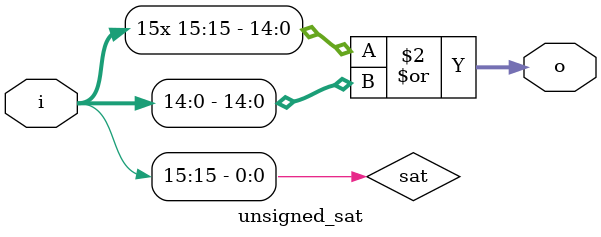
<source format=v>
`timescale 1ps/1ps
module boxmuller
                (
                    clock,
                    rst_n,
                    init,
                    ce,
                    seed0,
                    seed1,
                    x_en,
                    good_ch_AWGN,
                    bad_ch_AWGN
                );

//===========================================================================//
//parameters define
//===========================================================================//
parameter DW = 8;


//===========================================================================//
//input/output ports define
//===========================================================================//
input                   clock               ;
input                   rst_n               ;
input                   init                ;
input                   ce                  ;
input  [31:0]           seed0               ;
input  [31:0]           seed1               ;

//output
output                  x_en                ;

output reg [15:0]             good_ch_AWGN                  ;
output reg [15:0]            bad_ch_AWGN                  ;

//===========================================================================//
//Main Codes begin
//===========================================================================//

//signals define
wire [31:0]             a                   ; //32 bit URNG number
wire [31:0]             b                   ; //32 bit URNG number

wire [47:0] u0 = {a, b[31:16]};
wire [15:0] u1 = b[15:0];

reg  [15:0]             ce_dl               ;

always @(posedge clock or negedge rst_n)
  if(!rst_n)
    ce_dl <= #1 16'h0;
  else if(init)
    ce_dl <= #1 16'h0;
  else
    ce_dl <= #1 {ce_dl[14:0], ce};

wire x_en = ce_dl[15];

//------------------e=-2ln(u0)---------------
reg  [5 :0]             exp_e               ;
reg  [7 :0]             xm_e                ;
reg  [23:0]             xl_e                ;

reg  [5 :0]             exp_e_r             ;
reg  [7 :0]             xm_e_r              ;
reg  [23:0]             xl_e_r              ;

always @(posedge clock or negedge rst_n)
  if(!rst_n)
  begin
    exp_e_r <= #1 6'h0;
    xm_e_r  <= #1 8'h0;
    xl_e_r  <= #1 24'h0;
  end
  else
  begin
    exp_e_r <= #1 exp_e;
    xm_e_r  <= #1 xm_e;
    xl_e_r  <= #1 xl_e;
  end

always @(*)
  casez(u0)
    48'b1???_????_????_????_????_????_????_????_????_????_????_???? : begin exp_e = 6'd1 ; xm_e = u0[46:39]; xl_e=u0[38:15]; end
    48'b01??_????_????_????_????_????_????_????_????_????_????_???? : begin exp_e = 6'd2 ; xm_e = u0[45:38]; xl_e=u0[37:14]; end
    48'b001?_????_????_????_????_????_????_????_????_????_????_???? : begin exp_e = 6'd3 ; xm_e = u0[44:37]; xl_e=u0[36:13]; end
    48'b0001_????_????_????_????_????_????_????_????_????_????_???? : begin exp_e = 6'd4 ; xm_e = u0[43:36]; xl_e=u0[35:12]; end
    48'b0000_1???_????_????_????_????_????_????_????_????_????_???? : begin exp_e = 6'd5 ; xm_e = u0[42:35]; xl_e=u0[34:11]; end
    48'b0000_01??_????_????_????_????_????_????_????_????_????_???? : begin exp_e = 6'd6 ; xm_e = u0[41:34]; xl_e=u0[33:10]; end
    48'b0000_001?_????_????_????_????_????_????_????_????_????_???? : begin exp_e = 6'd7 ; xm_e = u0[40:33]; xl_e=u0[32: 9]; end
    48'b0000_0001_????_????_????_????_????_????_????_????_????_???? : begin exp_e = 6'd8 ; xm_e = u0[39:32]; xl_e=u0[31: 8]; end
    48'b0000_0000_1???_????_????_????_????_????_????_????_????_???? : begin exp_e = 6'd9 ; xm_e = u0[38:31]; xl_e=u0[30: 7]; end
    48'b0000_0000_01??_????_????_????_????_????_????_????_????_???? : begin exp_e = 6'd10; xm_e = u0[37:30]; xl_e=u0[29: 6]; end
    48'b0000_0000_001?_????_????_????_????_????_????_????_????_???? : begin exp_e = 6'd11; xm_e = u0[36:29]; xl_e=u0[28: 5]; end
    48'b0000_0000_0001_????_????_????_????_????_????_????_????_???? : begin exp_e = 6'd12; xm_e = u0[35:28]; xl_e=u0[27: 4]; end
    48'b0000_0000_0000_1???_????_????_????_????_????_????_????_???? : begin exp_e = 6'd13; xm_e = u0[34:27]; xl_e=u0[26: 3]; end
    48'b0000_0000_0000_01??_????_????_????_????_????_????_????_???? : begin exp_e = 6'd14; xm_e = u0[33:26]; xl_e=u0[25: 2]; end
    48'b0000_0000_0000_001?_????_????_????_????_????_????_????_???? : begin exp_e = 6'd15; xm_e = u0[32:25]; xl_e=u0[24: 1]; end
    48'b0000_0000_0000_0001_????_????_????_????_????_????_????_???? : begin exp_e = 6'd16; xm_e = u0[31:24]; xl_e=u0[23: 0]; end
    48'b0000_0000_0000_0000_1???_????_????_????_????_????_????_???? : begin exp_e = 6'd17; xm_e = u0[30:23]; xl_e={u0[22: 0], 1'h0 }; end
    48'b0000_0000_0000_0000_01??_????_????_????_????_????_????_???? : begin exp_e = 6'd18; xm_e = u0[29:22]; xl_e={u0[21: 0], 2'h0 }; end
    48'b0000_0000_0000_0000_001?_????_????_????_????_????_????_???? : begin exp_e = 6'd19; xm_e = u0[28:21]; xl_e={u0[20: 0], 3'h0 }; end
    48'b0000_0000_0000_0000_0001_????_????_????_????_????_????_???? : begin exp_e = 6'd20; xm_e = u0[27:20]; xl_e={u0[19: 0], 4'h0 }; end
    48'b0000_0000_0000_0000_0000_1???_????_????_????_????_????_???? : begin exp_e = 6'd21; xm_e = u0[26:19]; xl_e={u0[18: 0], 5'h0 }; end
    48'b0000_0000_0000_0000_0000_01??_????_????_????_????_????_???? : begin exp_e = 6'd22; xm_e = u0[25:18]; xl_e={u0[17: 0], 6'h0 }; end
    48'b0000_0000_0000_0000_0000_001?_????_????_????_????_????_???? : begin exp_e = 6'd23; xm_e = u0[24:17]; xl_e={u0[16: 0], 7'h0 }; end
    48'b0000_0000_0000_0000_0000_0001_????_????_????_????_????_???? : begin exp_e = 6'd24; xm_e = u0[23:16]; xl_e={u0[15: 0], 8'h0 }; end
    48'b0000_0000_0000_0000_0000_0000_1???_????_????_????_????_???? : begin exp_e = 6'd25; xm_e = u0[22:15]; xl_e={u0[14: 0], 9'h0 }; end
    48'b0000_0000_0000_0000_0000_0000_01??_????_????_????_????_???? : begin exp_e = 6'd26; xm_e = u0[21:14]; xl_e={u0[13: 0], 10'h0}; end
    48'b0000_0000_0000_0000_0000_0000_001?_????_????_????_????_???? : begin exp_e = 6'd27; xm_e = u0[20:13]; xl_e={u0[12: 0], 11'h0}; end
    48'b0000_0000_0000_0000_0000_0000_0001_????_????_????_????_???? : begin exp_e = 6'd28; xm_e = u0[19:12]; xl_e={u0[11: 0], 12'h0}; end
    48'b0000_0000_0000_0000_0000_0000_0000_1???_????_????_????_???? : begin exp_e = 6'd29; xm_e = u0[18:11]; xl_e={u0[10: 0], 13'h0}; end
    48'b0000_0000_0000_0000_0000_0000_0000_01??_????_????_????_???? : begin exp_e = 6'd30; xm_e = u0[17:10]; xl_e={u0[9 : 0], 14'h0}; end
    48'b0000_0000_0000_0000_0000_0000_0000_001?_????_????_????_???? : begin exp_e = 6'd31; xm_e = u0[16: 9]; xl_e={u0[8 : 0], 15'h0}; end
    48'b0000_0000_0000_0000_0000_0000_0000_0001_????_????_????_???? : begin exp_e = 6'd32; xm_e = u0[15: 8]; xl_e={u0[7 : 0], 16'h0}; end
    48'b0000_0000_0000_0000_0000_0000_0000_0000_1???_????_????_???? : begin exp_e = 6'd33; xm_e = u0[14: 7]; xl_e={u0[6 : 0], 17'h0}; end
    48'b0000_0000_0000_0000_0000_0000_0000_0000_01??_????_????_???? : begin exp_e = 6'd34; xm_e = u0[13: 6]; xl_e={u0[5 : 0], 18'h0}; end
    48'b0000_0000_0000_0000_0000_0000_0000_0000_001?_????_????_???? : begin exp_e = 6'd35; xm_e = u0[12: 5]; xl_e={u0[4 : 0], 19'h0}; end
    48'b0000_0000_0000_0000_0000_0000_0000_0000_0001_????_????_???? : begin exp_e = 6'd36; xm_e = u0[11: 4]; xl_e={u0[3 : 0], 20'h0}; end
    48'b0000_0000_0000_0000_0000_0000_0000_0000_0000_1???_????_???? : begin exp_e = 6'd37; xm_e = u0[10: 3]; xl_e={u0[2 : 0], 21'h0}; end
    48'b0000_0000_0000_0000_0000_0000_0000_0000_0000_01??_????_???? : begin exp_e = 6'd38; xm_e = u0[9 : 2]; xl_e={u0[1 : 0], 22'h0}; end
    48'b0000_0000_0000_0000_0000_0000_0000_0000_0000_001?_????_???? : begin exp_e = 6'd39; xm_e = u0[8 : 1]; xl_e={u0[0 : 0], 23'h0}; end
    48'b0000_0000_0000_0000_0000_0000_0000_0000_0000_0001_????_???? : begin exp_e = 6'd40; xm_e = u0[7 : 0];        xl_e=24'h0; end
    48'b0000_0000_0000_0000_0000_0000_0000_0000_0000_0000_1???_???? : begin exp_e = 6'd41; xm_e ={u0[6:  0], 1'h0}; xl_e=24'h0; end
    48'b0000_0000_0000_0000_0000_0000_0000_0000_0000_0000_01??_???? : begin exp_e = 6'd42; xm_e ={u0[5 : 0], 2'h0}; xl_e=24'h0; end
    48'b0000_0000_0000_0000_0000_0000_0000_0000_0000_0000_001?_???? : begin exp_e = 6'd43; xm_e ={u0[4 : 0], 3'h0}; xl_e=24'h0; end
    48'b0000_0000_0000_0000_0000_0000_0000_0000_0000_0000_0001_???? : begin exp_e = 6'd44; xm_e ={u0[3 : 0], 4'h0}; xl_e=24'h0; end
    48'b0000_0000_0000_0000_0000_0000_0000_0000_0000_0000_0000_1??? : begin exp_e = 6'd45; xm_e ={u0[2:  0], 5'h0}; xl_e=24'h0; end
    48'b0000_0000_0000_0000_0000_0000_0000_0000_0000_0000_0000_01?? : begin exp_e = 6'd46; xm_e ={u0[1 : 0], 6'h0}; xl_e=24'h0; end
    48'b0000_0000_0000_0000_0000_0000_0000_0000_0000_0000_0000_001? : begin exp_e = 6'd47; xm_e ={u0[0 : 0], 7'h0}; xl_e=24'h0; end
    48'b0000_0000_0000_0000_0000_0000_0000_0000_0000_0000_0000_0001 : begin exp_e = 6'd48; xm_e =8'h0; xl_e=24'h0; end
    default                                                         : begin exp_e = 6'd49; xm_e =8'h0; xl_e=24'h0; end
  endcase

wire [7:0]              ce_addr                 ;
wire [64:0]             ce_rdata                ;
wire [29:0]             ce_0                    ;
wire [21:0]             ce_1                    ;
wire [12:0]             ce_2                    ;

assign ce_addr = xm_e_r;
assign ce_0 = ce_rdata[64:35];
assign ce_1 = ce_rdata[34:13];
assign ce_2 = ce_rdata[12:0];

reg  [12:0]             ce_2_r1                 ;
reg  [21:0]             ce_1_r1                 ;
reg  [21:0]             ce_1_r2                 ;
reg  [29:0]             ce_0_r1                 ;
reg  [29:0]             ce_0_r2                 ;
reg  [29:0]             ce_0_r3                 ;
reg  [29:0]             ce_0_r4                 ;
reg  [23:0]             xl_e_r2                 ;
reg  [23:0]             xl_e_r3                 ;
reg  [23:0]             xl_e_r4                 ;
reg  [23:0]             xl_e_r5                 ;

always @(posedge clock)
  begin
    ce_0_r1 <= #1 ce_0;
    ce_0_r2 <= #1 ce_0_r1;
    ce_0_r3 <= #1 ce_0_r2;
    ce_0_r4 <= #1 ce_0_r3;
    ce_1_r1 <= #1 ce_1;
    ce_1_r2 <= #1 ce_1_r1;
    ce_2_r1 <= #1 ce_2;
  end

always @(posedge clock)
  begin
    xl_e_r2 <= #1 xl_e_r;
    xl_e_r3 <= #1 xl_e_r2;
    xl_e_r4 <= #1 xl_e_r3;
    xl_e_r5 <= #1 xl_e_r4;
  end

reg [36:0]              ye_t1             ;

always @(posedge clock)
  ye_t1 <= #1 ce_2_r1 * xl_e_r3;

reg signed [22:0]       ye_t2             ;
reg signed [46:0]       ye_t3             ;

always @(posedge clock)
  ye_t2 <= #1 {10'h0,ye_t1[36:24]} - {1'b0,ce_1_r2};

always @(posedge clock)
  ye_t3 <= #1 ye_t2 * $signed({1'b0,xl_e_r5});

reg signed [30:0]       ye_t4             ;

always @(posedge clock)
  ye_t4 <= #1 {{8{ye_t3[46]}},ye_t3[46:24]} - {1'b0,ce_0_r4};

reg  [5 :0]             exp_e_r2                ;
reg  [5 :0]             exp_e_r3                ;
reg  [5 :0]             exp_e_r4                ;
reg  [5 :0]             exp_e_r5                ;

always @(posedge clock)
  begin
    exp_e_r2 <= #1 exp_e_r;
    exp_e_r3 <= #1 exp_e_r2;
    exp_e_r4 <= #1 exp_e_r3;
    exp_e_r5 <= #1 exp_e_r4;
  end

wire [29:0] ln2 = 31'd744261118; //(0,30,30)

reg  [35:0]             ec                      ;
reg  [35:0]             ec_r1                   ;

always @(posedge clock)
  ec <= #1 exp_e_r5 * ln2;

always @(posedge clock)
  ec_r1 <= #1 ec;

reg  signed [36:0]      yee                     ;

always @(posedge clock)
  yee <= #1 {1'b0,ec_r1} + {{6{ye_t4[30]}},ye_t4};

wire [30:0] e = yee[35:5];

//------------------f=sqrt(e)---------------
reg  [4 :0]             exp_f                   ;
reg  [5 :0]             xm_f                    ;
reg  [17:0]             xl_f                    ;

reg  [4 :0]             exp_f_r                 ;
reg  [5 :0]             xm_f_r                  ;
reg  [17:0]             xl_f_r                  ;

always @(posedge clock or negedge rst_n)
  if(!rst_n)
  begin
    exp_f_r <= #1 5'h0;
    xm_f_r  <= #1 6'h0;
    xl_f_r  <= #1 24'h0;
  end
  else
  begin
    exp_f_r <= #1 exp_f;
    xm_f_r  <= #1 xm_f;
    xl_f_r  <= #1 xl_f;
  end

always @(*)
  casez(e)
    31'b1??_????_????_????_????_????_????_???? : begin exp_f = 5'd0 ; xm_f = e[29:24]; xl_f= e[23:6]; end
    31'b01?_????_????_????_????_????_????_???? : begin exp_f = 5'd1 ; xm_f = e[28:23]; xl_f= e[22:5]; end
    31'b001_????_????_????_????_????_????_???? : begin exp_f = 5'd2 ; xm_f = e[27:22]; xl_f= e[21:4]; end
    31'b000_1???_????_????_????_????_????_???? : begin exp_f = 5'd3 ; xm_f = e[26:21]; xl_f= e[20:3]; end
    31'b000_01??_????_????_????_????_????_???? : begin exp_f = 5'd4 ; xm_f = e[25:20]; xl_f= e[19:2]; end
    31'b000_001?_????_????_????_????_????_???? : begin exp_f = 5'd5 ; xm_f = e[24:19]; xl_f= e[18:1]; end //point position
    31'b000_0001_????_????_????_????_????_???? : begin exp_f = 5'd6 ; xm_f = e[23:18]; xl_f= e[17:0]; end
    31'b000_0000_1???_????_????_????_????_???? : begin exp_f = 5'd7 ; xm_f = e[22:17]; xl_f={e[16:0], 1'h0}; end
    31'b000_0000_01??_????_????_????_????_???? : begin exp_f = 5'd8 ; xm_f = e[21:16]; xl_f={e[15:0], 2'h0}; end
    31'b000_0000_001?_????_????_????_????_???? : begin exp_f = 5'd9 ; xm_f = e[20:15]; xl_f={e[14:0], 3'h0}; end
    31'b000_0000_0001_????_????_????_????_???? : begin exp_f = 5'd10; xm_f = e[19:14]; xl_f={e[13:0], 4'h0}; end
    31'b000_0000_0000_1???_????_????_????_???? : begin exp_f = 5'd11; xm_f = e[18:13]; xl_f={e[12:0], 5'h0}; end
    31'b000_0000_0000_01??_????_????_????_???? : begin exp_f = 5'd12; xm_f = e[17:12]; xl_f={e[11:0], 6'h0}; end
    31'b000_0000_0000_001?_????_????_????_???? : begin exp_f = 5'd13; xm_f = e[16:11]; xl_f={e[10:0], 7'h0}; end
    31'b000_0000_0000_0001_????_????_????_???? : begin exp_f = 5'd14; xm_f = e[15:10]; xl_f={e[9 :0], 8'h0}; end
    31'b000_0000_0000_0000_1???_????_????_???? : begin exp_f = 5'd15; xm_f = e[14: 9]; xl_f={e[8 :0], 9'h0}; end
    31'b000_0000_0000_0000_01??_????_????_???? : begin exp_f = 5'd16; xm_f = e[13: 8]; xl_f={e[7 :0],10'h0}; end
    31'b000_0000_0000_0000_001?_????_????_???? : begin exp_f = 5'd17; xm_f = e[12: 7]; xl_f={e[6 :0],11'h0}; end
    31'b000_0000_0000_0000_0001_????_????_???? : begin exp_f = 5'd18; xm_f = e[11: 6]; xl_f={e[5 :0],12'h0}; end
    31'b000_0000_0000_0000_0000_1???_????_???? : begin exp_f = 5'd19; xm_f = e[10: 5]; xl_f={e[4 :0],13'h0}; end
    31'b000_0000_0000_0000_0000_01??_????_???? : begin exp_f = 5'd20; xm_f = e[9 : 4]; xl_f={e[3 :0],14'h0}; end
    31'b000_0000_0000_0000_0000_001?_????_???? : begin exp_f = 5'd21; xm_f = e[8 : 3]; xl_f={e[2 :0],15'h0}; end
    31'b000_0000_0000_0000_0000_0001_????_???? : begin exp_f = 5'd22; xm_f = e[7 : 2]; xl_f={e[1 :0],16'h0}; end
    31'b000_0000_0000_0000_0000_0000_1???_???? : begin exp_f = 5'd23; xm_f = e[6 : 1]; xl_f={e[0 :0],17'h0}; end
    31'b000_0000_0000_0000_0000_0000_01??_???? : begin exp_f = 5'd24; xm_f = e[5 : 0];        xl_f=18'h0; end
    31'b000_0000_0000_0000_0000_0000_001?_???? : begin exp_f = 5'd25; xm_f = {e[4 : 0],1'h0}; xl_f=18'h0; end
    31'b000_0000_0000_0000_0000_0000_0001_???? : begin exp_f = 5'd26; xm_f = {e[3 : 0],2'h0}; xl_f=18'h0; end
    31'b000_0000_0000_0000_0000_0000_0000_1??? : begin exp_f = 5'd27; xm_f = {e[2 : 0],3'h0}; xl_f=18'h0; end
    31'b000_0000_0000_0000_0000_0000_0000_01?? : begin exp_f = 5'd28; xm_f = {e[1 : 0],4'h0}; xl_f=18'h0; end
    31'b000_0000_0000_0000_0000_0000_0000_001? : begin exp_f = 5'd29; xm_f = {e[0 : 0],5'h0}; xl_f=18'h0; end
    31'b000_0000_0000_0000_0000_0000_0000_0001 : begin exp_f = 5'd30; xm_f = 6'h0;            xl_f=18'h0; end
    default                                    : begin exp_f = 5'd31; xm_f = 6'h0;            xl_f=18'h0; end
  endcase

wire [6:0]              cf_addr                 ;
wire [32:0]             cf_rdata                ;
wire [19:0]             cf_0                    ;
wire [12:0]             cf_1                    ;

assign cf_addr = {exp_f_r[0],xm_f_r};
assign cf_0 = cf_rdata[32:13];
assign cf_1 = cf_rdata[12:0];

reg  [19:0]             cf_0_r1                 ;
reg  [19:0]             cf_0_r2                 ;
reg  [12:0]             cf_1_r1                 ;
reg  [17:0]             xl_f_r2                 ;
reg  [17:0]             xl_f_r3                 ;

always @(posedge clock)
  begin
    cf_0_r1 <= #1 cf_0;
    cf_0_r2 <= #1 cf_0_r1;
    cf_1_r1 <= #1 cf_1;
  end

always @(posedge clock)
  begin
    xl_f_r2 <= #1 xl_f_r;
    xl_f_r3 <= #1 xl_f_r2;
  end

reg  [30:0]             yf_t1             ;
reg  [24:0]             yf_t2             ;

always @(posedge clock)
  yf_t1 <= #1 cf_1_r1 * xl_f_r3; //(0,31,37)

always @(posedge clock)
  yf_t2 <= #1 {8'h0,yf_t1[30:14]} + {1'b0,cf_0_r2,4'h0};

reg  [4 :0]             exp_f_r2                ;
reg  [4 :0]             exp_f_r3                ;
reg  [5 :0]             exp_f_r4                ;
reg  [5 :0]             exp_f_r5                ;

always @(posedge clock)
  begin
    exp_f_r2 <= #1 exp_f_r;
    exp_f_r3 <= #1 exp_f_r2;
    exp_f_r4 <= #1 exp_f_r3 + 5'd1;
    exp_f_r5 <= #1 exp_f_r4;
  end

//f (0,20,16)
reg  [19:0]             yff                     ;

always @(*)
  case(exp_f_r5[5:1])
    5'd0 : yff = yf_t2[23:4];
    5'd1 : yff = yf_t2[24:5];
    5'd2 : yff = {1'h0 ,yf_t2[24: 6]};
    5'd3 : yff = {2'h0 ,yf_t2[24: 7]};
    5'd4 : yff = {3'h0 ,yf_t2[24: 8]};
    5'd5 : yff = {4'h0 ,yf_t2[24: 9]};
    5'd6 : yff = {5'h0 ,yf_t2[24:10]};
    5'd7 : yff = {6'h0 ,yf_t2[24:11]};
    5'd8 : yff = {7'h0 ,yf_t2[24:12]};
    5'd9 : yff = {8'h0 ,yf_t2[24:13]};
    5'd10: yff = {9'h0 ,yf_t2[24:14]};
    5'd11: yff = {10'h0,yf_t2[24:15]};
    5'd12: yff = {11'h0,yf_t2[24:16]};
    5'd13: yff = {12'h0,yf_t2[24:17]};
    5'd14: yff = {13'h0,yf_t2[24:18]};
    5'd15: yff = {14'h0,yf_t2[24:19]};
    default:yff = {15'h0,yf_t2[24:20]};
  endcase

reg  [19:0]             f                       ;

always @(posedge clock)
  f <= #1 yff;

//------------------g0=sin(u0*pi/2)---------------
//------------------g1=cos(u0*pi/2)---------------

reg  [13:0]             x_g_a                   ;
reg  [13:0]             x_g_b                   ;

always @(posedge clock)
  x_g_a <= #1 u1[13:0];

always @(posedge clock)
  x_g_b <= #1 ~u1[13:0];

reg  [7:0]              xm_g_a                  ;
reg  [7:0]              xl_g_a                  ;
reg  [7:0]              xm_g_b                  ;
reg  [7:0]              xl_g_b                  ;

always @(posedge clock)
  begin
    xm_g_a <= #1 x_g_a[13:7];
    xl_g_a <= #1 x_g_a[ 6:0];
    xm_g_b <= #1 x_g_b[13:7];
    xl_g_b <= #1 x_g_b[ 6:0];
  end

wire [6:0]              cga_addr                ;
wire [30:0]             cga_rdata               ;
wire [18:0]             cga_0                   ;
wire [11:0]             cga_1                   ;

assign cga_addr = xm_g_a;
assign cga_0 = cga_rdata[30:12];
assign cga_1 = cga_rdata[11:0];


reg  [18:0]             cga_0_r                 ;
reg  [18:0]             cga_0_r2                ;
reg  [11:0]             cga_1_r                 ;
reg  [ 6:0]             xl_ga_r                 ;
reg  [ 6:0]             xl_ga_r2                ;

always @(posedge clock)
  begin
    cga_0_r  <= #1 cga_0;
    cga_0_r2 <= #1 cga_0_r;
    cga_1_r  <= #1 cga_1;
  end

always @(posedge clock)
  begin
    xl_ga_r  <= #1 xl_g_a;
    xl_ga_r2 <= #1 xl_ga_r;
  end

reg [18:0]              ga_t1                   ;

always @(posedge clock)
  ga_t1 <= #1 cga_1_r * xl_ga_r2;

wire [18:0] ga_t2_w = cga_0_r2 - {7'h0,ga_t1[18:7]}; //(0,0,18)

wire [14:0]             ga_t2_sat         ;

unsigned_sat #(16,15) u_sat_ga(ga_t2_w[18:3], ga_t2_sat);

reg  signed [15:0]      ga_t2             ;

always @(posedge clock)
  ga_t2 <= #1 {1'b0,ga_t2_sat};


wire [6:0]              cgb_addr                ;
wire [30:0]             cgb_rdata               ;
wire [18:0]             cgb_0                   ;
wire [11:0]             cgb_1                   ;

assign cgb_addr = xm_g_b;
assign cgb_0 = cgb_rdata[30:12];
assign cgb_1 = cgb_rdata[11:0];


reg  [18:0]             cgb_0_r                 ;
reg  [18:0]             cgb_0_r2                ;
reg  [11:0]             cgb_1_r                 ;
reg  [ 6:0]             xl_gb_r                 ;
reg  [ 6:0]             xl_gb_r2                ;

always @(posedge clock)
  begin
    cgb_0_r  <= #1 cgb_0;
    cgb_0_r2 <= #1 cgb_0_r;
    cgb_1_r  <= #1 cgb_1;
  end

always @(posedge clock)
  begin
    xl_gb_r  <= #1 xl_g_b;
    xl_gb_r2 <= #1 xl_gb_r;
  end

reg [18:0]              gb_t1                   ;

always @(posedge clock)
  gb_t1 <= #1 cgb_1_r * xl_gb_r2;

wire [18:0] gb_t2_w = cgb_0_r2 - {7'h0,gb_t1[18:7]}; //(0,0,18)

wire [14:0]             gb_t2_sat         ;

unsigned_sat #(16,15) u_sat_gb(gb_t2_w[18:3], gb_t2_sat);

reg  signed [15:0]      gb_t2             ;

always @(posedge clock)
  gb_t2 <= #1 {1'b0,gb_t2_sat};

reg  [1:0]              quad_sel          ;
reg  [1:0]              quad_sel_d1       ;
reg  [1:0]              quad_sel_d2       ;
reg  [1:0]              quad_sel_d3       ;
reg  [1:0]              quad_sel_d4       ;
reg  [1:0]              quad_sel_d5       ;

always @(posedge clock)
  begin
    quad_sel    <= #1 u1[15:14];
    quad_sel_d1 <= #1 quad_sel;
    quad_sel_d2 <= #1 quad_sel_d1;
    quad_sel_d3 <= #1 quad_sel_d2;
    quad_sel_d4 <= #1 quad_sel_d3;
    quad_sel_d5 <= #1 quad_sel_d4;
  end

reg signed [15:0]       ga                ;
reg signed [15:0]       gb                ;

always @(posedge clock)
  case(quad_sel_d5)
    2'b00 : ga <= #1  gb_t2;
    2'b01 : ga <= #1  ga_t2;
    2'b10 : ga <= #1 -gb_t2;
    2'b11 : ga <= #1 -ga_t2;
  endcase

always @(posedge clock)
  case(quad_sel_d5)
    2'b00 : gb <= #1  ga_t2;
    2'b01 : gb <= #1 -gb_t2;
    2'b10 : gb <= #1 -ga_t2;
    2'b11 : gb <= #1  gb_t2;
  endcase

reg  signed [15:0]             ga_d1             ;
reg  signed [15:0]             ga_d2             ;
reg  signed [15:0]             ga_d3             ;
reg  signed [15:0]             ga_d4             ;
reg  signed [15:0]             ga_d5             ;
reg  signed [15:0]             ga_d6             ;
reg  signed [15:0]             ga_d7             ;

reg  signed [15:0]             gb_d1             ;
reg  signed [15:0]             gb_d2             ;
reg  signed [15:0]             gb_d3             ;
reg  signed [15:0]             gb_d4             ;
reg  signed [15:0]             gb_d5             ;
reg  signed [15:0]             gb_d6             ;
reg  signed [15:0]             gb_d7             ;

always @(posedge clock)
  begin
    ga_d1 <= #1 ga;
    ga_d2 <= #1 ga_d1;
    ga_d3 <= #1 ga_d2;
    ga_d4 <= #1 ga_d3;
    ga_d5 <= #1 ga_d4;
    ga_d6 <= #1 ga_d5;
    ga_d7 <= #1 ga_d6;
    gb_d1 <= #1 gb;
    gb_d2 <= #1 gb_d1;
    gb_d3 <= #1 gb_d2;
    gb_d4 <= #1 gb_d3;
    gb_d5 <= #1 gb_d4;
    gb_d6 <= #1 gb_d5;
    gb_d7 <= #1 gb_d6;
  end

reg  signed [35:0]            x0_t1               ;
reg  signed [35:0]            x1_t1               ;

always @(posedge clock)
  x0_t1 <= #1 ga_d7 * $signed({1'b0,f});

always @(posedge clock)
  x1_t1 <= #1 gb_d7 * $signed({1'b0,f});

wire signed [17:0]            x0_rnd              ; //= x0_t1[35:18];
wire signed [17:0]            x1_rnd              ; //= x1_t1[35:18];

signed_round #(19,18) u_rndx0 (x0_t1[35:17], x0_rnd);
signed_round #(19,18) u_rndx1 (x1_t1[35:17], x1_rnd);

reg  signed [15:0]            x0                  ;
reg  signed [15:0]            x1                  ;

always @(*) begin
    good_ch_AWGN <= x0 >>> 4; 
    bad_ch_AWGN <= x1 >>> 2;
end


always @(posedge clock or negedge rst_n)
  if(!rst_n)
  begin
    x0 <= #1 16'h0;
    x1 <= #1 16'h0;
  end
  else if(init || !ce_dl[14])
  begin
    x0 <= #1 16'h0;
    x1 <= #1 16'h0;
  end
  else
  begin
    x0 <= #1 x0_rnd [17:2];
    x1 <= #1 x1_rnd [17:2];
  end

taus_urng u_taus_a
                (
                    //input
                    .clock                (clock                ),
                    .rst_n                (rst_n                ),
                    .init                 (init                 ), //init to initial state
                    .ce                   (ce                   ),
                    .seed0                (seed0                ),
                    .seed1                (seed0                ),
                    .seed2                (seed0                ),

                    //output
                    .u0                   (a                    ) 
                );

taus_urng u_taus_b
                (
                    //input
                    .clock                (clock                ),
                    .rst_n                (rst_n                ),
                    .init                 (init                 ), //init to initial state
                    .ce                   (ce                   ),
                    .seed0                (seed1                ),
                    .seed1                (seed1                ),
                    .seed2                (seed1                ),

                    //output
                    .u0                   (b                    ) 
                );

bm_ce_rom u_ce_rom
                (
                    .clock                (clock                ), 
                    .addr                 (ce_addr              ),
                    .rdata                (ce_rdata             )
                );

bm_cf_rom u_cf_rom
                (
                    .clock                (clock                ), 
                    .addr                 (cf_addr              ),
                    .rdata                (cf_rdata             )
                );

bm_cg_rom u_cga_rom
                (
                    .clock                (clock                ), 
                    .addr                 (cga_addr             ),
                    .rdata                (cga_rdata            )
                );

bm_cg_rom u_cgb_rom
                (
                    .clock                (clock                ), 
                    .addr                 (cgb_addr             ),
                    .rdata                (cgb_rdata            )
                );


//synopsys translate_off
wire e_vld = ce_dl[7];
wire f_vld = ce_dl[13];
wire g_vld = ce_dl[6];
wire x_vld = ce_dl[15];

//synopsys translate_on

endmodule

//***************************************************************************//
//***************************************************************************//
//Revision History:
// $Log$ 
//***************************************************************************//
//***************************************************************************//

module signed_round
               (
                    i                   ,
                    o                    
               );

parameter I_W = 16;
parameter O_W = 15;

input  signed [I_W-1:0] i               ;
output signed [O_W-1:0] o               ;

wire sat = (i[I_W-1:I_W-O_W] != {1'b0, {O_W-1{1'b1}}}) && i[I_W-O_W-1];

wire signed [O_W-1:0] o = i[I_W-1:I_W-O_W] + sat;

endmodule

//***************************************************************************//

module unsigned_sat
               (
                    i                   ,
                    o                    
               );

parameter I_W = 16;
parameter O_W = 15;

input  [I_W-1:0]    i                   ;
output [O_W-1:0]    o                   ;

wire sat = |i[I_W-1:O_W];
wire [O_W-1:0] o = {O_W{sat}} | i[O_W-1:0];

endmodule



</source>
